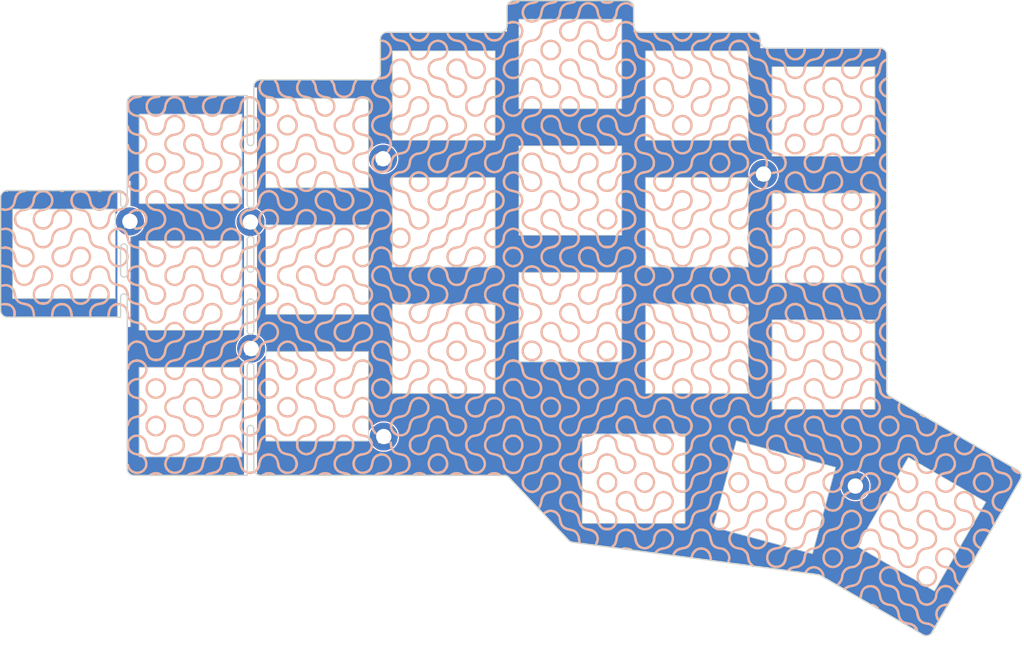
<source format=kicad_pcb>
(kicad_pcb (version 20221018) (generator pcbnew)
  (layers (0 "F.Cu" signal) (31 "B.Cu" signal) (34 "B.Paste" user) (35 "F.Paste" user) (36 "B.SilkS" user "B.Silkscreen") (37 "F.SilkS" user "F.Silkscreen") (38 "B.Mask" user) (39 "F.Mask" user) (44 "Edge.Cuts" user))
  (net 0 "")
  (footprint "kbd:SW_Hole_iRocks" (layer "F.Cu") (at 42.721463 76.099368)
    (fp_text reference "K18" hide)
    (fp_text value "KEYSW" hide)
    (fp_line (start -7.7 -6.7) (end -7.7 6.7) (stroke (width 0.12)) (layer "Edge.Cuts"))
    (fp_line (start -7.7 6.7) (end 7.7 6.7) (stroke (width 0.12)) (layer "Edge.Cuts"))
    (fp_line (start 7.7 -6.7) (end -7.7 -6.7) (stroke (width 0.12)) (layer "Edge.Cuts"))
    (fp_line (start 7.7 6.7) (end 7.7 -6.7) (stroke (width 0.12)) (layer "Edge.Cuts"))
  )
  (footprint "kbd:SW_Hole_iRocks" (layer "F.Cu") (at 118.721463 47.599367)
    (fp_text reference "K21" hide)
    (fp_text value "KEYSW" hide)
    (fp_line (start -7.7 -6.7) (end -7.7 6.7) (stroke (width 0.12)) (layer "Edge.Cuts"))
    (fp_line (start -7.7 6.7) (end 7.7 6.7) (stroke (width 0.12)) (layer "Edge.Cuts"))
    (fp_line (start 7.7 -6.7) (end -7.7 -6.7) (stroke (width 0.12)) (layer "Edge.Cuts"))
    (fp_line (start 7.7 6.7) (end 7.7 -6.7) (stroke (width 0.12)) (layer "Edge.Cuts"))
  )
  (footprint "kbd:SW_Hole_iRocks" (layer "F.Cu") (at 42.721463 57.099368)
    (fp_text reference "K14" hide)
    (fp_text value "KEYSW" hide)
    (fp_line (start -7.7 -6.7) (end -7.7 6.7) (stroke (width 0.12)) (layer "Edge.Cuts"))
    (fp_line (start -7.7 6.7) (end 7.7 6.7) (stroke (width 0.12)) (layer "Edge.Cuts"))
    (fp_line (start 7.7 -6.7) (end -7.7 -6.7) (stroke (width 0.12)) (layer "Edge.Cuts"))
    (fp_line (start 7.7 6.7) (end 7.7 -6.7) (stroke (width 0.12)) (layer "Edge.Cuts"))
  )
  (footprint "kbd:SW_Hole_iRocks" (layer "F.Cu") (at 61.721463 35.724368)
    (fp_text reference "K13" hide)
    (fp_text value "KEYSW" hide)
    (fp_line (start -7.7 -6.7) (end -7.7 6.7) (stroke (width 0.12)) (layer "Edge.Cuts"))
    (fp_line (start -7.7 6.7) (end 7.7 6.7) (stroke (width 0.12)) (layer "Edge.Cuts"))
    (fp_line (start 7.7 -6.7) (end -7.7 -6.7) (stroke (width 0.12)) (layer "Edge.Cuts"))
    (fp_line (start 7.7 6.7) (end 7.7 -6.7) (stroke (width 0.12)) (layer "Edge.Cuts"))
  )
  (footprint "kbd:SW_Hole_iRocks" (layer "F.Cu") (at 152.426296 92.925796 60)
    (fp_text reference "K22" hide)
    (fp_text value "KEYSW" hide)
    (fp_line (start -7.7 -6.7) (end -7.7 6.7) (stroke (width 0.12)) (layer "Edge.Cuts"))
    (fp_line (start -7.7 6.7) (end 7.7 6.7) (stroke (width 0.12)) (layer "Edge.Cuts"))
    (fp_line (start 7.7 -6.7) (end -7.7 -6.7) (stroke (width 0.12)) (layer "Edge.Cuts"))
    (fp_line (start 7.7 6.7) (end 7.7 -6.7) (stroke (width 0.12)) (layer "Edge.Cuts"))
  )
  (footprint "kbd:M2_Hole_TH" (layer "F.Cu") (at 128.721463 40.374367)
    (fp_text reference "H8" (at 0 0.5) (layer "F.SilkS"))
    (fp_text value "MountingHole")
    (pad "" thru_hole circle (at 0 0) (size 4.2 4.2) (drill 2.3) (layers "*.Cu" "*.Mask"))
  )
  (footprint "kbd:SW_Hole_iRocks" (layer "F.Cu") (at 80.721463 66.599368)
    (fp_text reference "K9" hide)
    (fp_text value "KEYSW" hide)
    (fp_line (start -7.7 -6.7) (end -7.7 6.7) (stroke (width 0.12)) (layer "Edge.Cuts"))
    (fp_line (start -7.7 6.7) (end 7.7 6.7) (stroke (width 0.12)) (layer "Edge.Cuts"))
    (fp_line (start 7.7 -6.7) (end -7.7 -6.7) (stroke (width 0.12)) (layer "Edge.Cuts"))
    (fp_line (start 7.7 6.7) (end 7.7 -6.7) (stroke (width 0.12)) (layer "Edge.Cuts"))
  )
  (footprint "kbd:M2_Hole_TH" (layer "F.Cu") (at 71.621463 38.074367)
    (fp_text reference "H4" (at 0 0.5) (layer "F.SilkS"))
    (fp_text value "MountingHole")
    (pad "" thru_hole circle (at 0 0) (size 4.2 4.2) (drill 2.3) (layers "*.Cu" "*.Mask"))
  )
  (footprint "kbd:SW_Hole_iRocks" (layer "F.Cu") (at 130.35654 88.881582 -15)
    (fp_text reference "K1" hide)
    (fp_text value "KEYSW" hide)
    (fp_line (start -7.7 -6.7) (end -7.7 6.7) (stroke (width 0.12)) (layer "Edge.Cuts"))
    (fp_line (start -7.7 6.7) (end 7.7 6.7) (stroke (width 0.12)) (layer "Edge.Cuts"))
    (fp_line (start 7.7 -6.7) (end -7.7 -6.7) (stroke (width 0.12)) (layer "Edge.Cuts"))
    (fp_line (start 7.7 6.7) (end 7.7 -6.7) (stroke (width 0.12)) (layer "Edge.Cuts"))
  )
  (footprint "kbd:SW_Hole_iRocks" (layer "F.Cu") (at 99.721463 23.849368)
    (fp_text reference "K11" hide)
    (fp_text value "KEYSW" hide)
    (fp_line (start -7.7 -6.7) (end -7.7 6.7) (stroke (width 0.12)) (layer "Edge.Cuts"))
    (fp_line (start -7.7 6.7) (end 7.7 6.7) (stroke (width 0.12)) (layer "Edge.Cuts"))
    (fp_line (start 7.7 -6.7) (end -7.7 -6.7) (stroke (width 0.12)) (layer "Edge.Cuts"))
    (fp_line (start 7.7 6.7) (end 7.7 -6.7) (stroke (width 0.12)) (layer "Edge.Cuts"))
  )
  (footprint "kbd:M2_Hole_TH" (layer "F.Cu") (at 51.821463 66.574367)
    (fp_text reference "H2" (at 0 0.5) (layer "F.SilkS"))
    (fp_text value "MountingHole")
    (pad "" thru_hole circle (at 0 0) (size 4.2 4.2) (drill 2.3) (layers "*.Cu" "*.Mask"))
  )
  (footprint "kbd:SW_Hole_iRocks" (layer "F.Cu") (at 42.721463 38.099368)
    (fp_text reference "K7" hide)
    (fp_text value "KEYSW" hide)
    (fp_line (start -7.7 -6.7) (end -7.7 6.7) (stroke (width 0.12)) (layer "Edge.Cuts"))
    (fp_line (start -7.7 6.7) (end 7.7 6.7) (stroke (width 0.12)) (layer "Edge.Cuts"))
    (fp_line (start 7.7 -6.7) (end -7.7 -6.7) (stroke (width 0.12)) (layer "Edge.Cuts"))
    (fp_line (start 7.7 6.7) (end 7.7 -6.7) (stroke (width 0.12)) (layer "Edge.Cuts"))
  )
  (footprint "kbd:SW_Hole_iRocks" (layer "F.Cu") (at 118.721463 66.599367)
    (fp_text reference "K12" hide)
    (fp_text value "KEYSW" hide)
    (fp_line (start -7.7 -6.7) (end -7.7 6.7) (stroke (width 0.12)) (layer "Edge.Cuts"))
    (fp_line (start -7.7 6.7) (end 7.7 6.7) (stroke (width 0.12)) (layer "Edge.Cuts"))
    (fp_line (start 7.7 -6.7) (end -7.7 -6.7) (stroke (width 0.12)) (layer "Edge.Cuts"))
    (fp_line (start 7.7 6.7) (end 7.7 -6.7) (stroke (width 0.12)) (layer "Edge.Cuts"))
  )
  (footprint "kbd:M2_Hole_TH" (layer "F.Cu") (at 33.621463 47.474367)
    (fp_text reference "H3" (at 0 0.5) (layer "F.SilkS"))
    (fp_text value "MountingHole")
    (pad "" thru_hole circle (at 0 0) (size 4.2 4.2) (drill 2.3) (layers "*.Cu" "*.Mask"))
  )
  (footprint "kbd:M2_Hole_TH" (layer "F.Cu") (at 51.721463 47.574367)
    (fp_text reference "H1" (at 0 0.5) (layer "F.SilkS"))
    (fp_text value "MountingHole")
    (pad "" thru_hole circle (at 0 0) (size 4.2 4.2) (drill 2.3) (layers "*.Cu" "*.Mask"))
  )
  (footprint "kbd:SW_Hole_iRocks" (layer "F.Cu") (at 118.721463 28.599367)
    (fp_text reference "K16" hide)
    (fp_text value "KEYSW" hide)
    (fp_line (start -7.7 -6.7) (end -7.7 6.7) (stroke (width 0.12)) (layer "Edge.Cuts"))
    (fp_line (start -7.7 6.7) (end 7.7 6.7) (stroke (width 0.12)) (layer "Edge.Cuts"))
    (fp_line (start 7.7 -6.7) (end -7.7 -6.7) (stroke (width 0.12)) (layer "Edge.Cuts"))
    (fp_line (start 7.7 6.7) (end 7.7 -6.7) (stroke (width 0.12)) (layer "Edge.Cuts"))
  )
  (footprint "kbd:SW_Hole_iRocks" (layer "F.Cu") (at 80.721463 47.599368)
    (fp_text reference "K6" hide)
    (fp_text value "KEYSW" hide)
    (fp_line (start -7.7 -6.7) (end -7.7 6.7) (stroke (width 0.12)) (layer "Edge.Cuts"))
    (fp_line (start -7.7 6.7) (end 7.7 6.7) (stroke (width 0.12)) (layer "Edge.Cuts"))
    (fp_line (start 7.7 -6.7) (end -7.7 -6.7) (stroke (width 0.12)) (layer "Edge.Cuts"))
    (fp_line (start 7.7 6.7) (end 7.7 -6.7) (stroke (width 0.12)) (layer "Edge.Cuts"))
  )
  (footprint "Silks:skean_truchet_back" (layer "F.Cu") (at 91.221464 61.599367)
    (fp_text reference "G***" hide)
    (fp_text value "LOGO" hide)
  )
  (footprint "kbd:SW_Hole_iRocks" (layer "F.Cu") (at 109.221463 86.099097)
    (fp_text reference "K5" hide)
    (fp_text value "KEYSW" hide)
    (fp_line (start -7.7 -6.7) (end -7.7 6.7) (stroke (width 0.12)) (layer "Edge.Cuts"))
    (fp_line (start -7.7 6.7) (end 7.7 6.7) (stroke (width 0.12)) (layer "Edge.Cuts"))
    (fp_line (start 7.7 -6.7) (end -7.7 -6.7) (stroke (width 0.12)) (layer "Edge.Cuts"))
    (fp_line (start 7.7 6.7) (end 7.7 -6.7) (stroke (width 0.12)) (layer "Edge.Cuts"))
  )
  (footprint "kbd:SW_Hole_iRocks" (layer "F.Cu") (at 137.721463 49.974367)
    (fp_text reference "K3" hide)
    (fp_text value "KEYSW" hide)
    (fp_line (start -7.7 -6.7) (end -7.7 6.7) (stroke (width 0.12)) (layer "Edge.Cuts"))
    (fp_line (start -7.7 6.7) (end 7.7 6.7) (stroke (width 0.12)) (layer "Edge.Cuts"))
    (fp_line (start 7.7 -6.7) (end -7.7 -6.7) (stroke (width 0.12)) (layer "Edge.Cuts"))
    (fp_line (start 7.7 6.7) (end 7.7 -6.7) (stroke (width 0.12)) (layer "Edge.Cuts"))
  )
  (footprint "kbd:SW_Hole_iRocks" (layer "F.Cu") (at 23.721464 52.349367)
    (fp_text reference "K10" hide)
    (fp_text value "KEYSW" hide)
    (fp_line (start -7.7 -6.7) (end -7.7 6.7) (stroke (width 0.12)) (layer "Edge.Cuts"))
    (fp_line (start -7.7 6.7) (end 7.7 6.7) (stroke (width 0.12)) (layer "Edge.Cuts"))
    (fp_line (start 7.7 -6.7) (end -7.7 -6.7) (stroke (width 0.12)) (layer "Edge.Cuts"))
    (fp_line (start 7.7 6.7) (end 7.7 -6.7) (stroke (width 0.12)) (layer "Edge.Cuts"))
  )
  (footprint "kbd:SW_Hole_iRocks" (layer "F.Cu") (at 99.721463 42.849368)
    (fp_text reference "K19" hide)
    (fp_text value "KEYSW" hide)
    (fp_line (start -7.7 -6.7) (end -7.7 6.7) (stroke (width 0.12)) (layer "Edge.Cuts"))
    (fp_line (start -7.7 6.7) (end 7.7 6.7) (stroke (width 0.12)) (layer "Edge.Cuts"))
    (fp_line (start 7.7 -6.7) (end -7.7 -6.7) (stroke (width 0.12)) (layer "Edge.Cuts"))
    (fp_line (start 7.7 6.7) (end 7.7 -6.7) (stroke (width 0.12)) (layer "Edge.Cuts"))
  )
  (footprint "Silks:skean_truchet" (layer "F.Cu") (at 90.821464 61.599367)
    (fp_text reference "REF**" hide)
    (fp_text value "LOGO" hide)
  )
  (footprint "kbd:SW_Hole_iRocks" (layer "F.Cu") (at 61.721463 73.724368)
    (fp_text reference "K8" hide)
    (fp_text value "KEYSW" hide)
    (fp_line (start -7.7 -6.7) (end -7.7 6.7) (stroke (width 0.12)) (layer "Edge.Cuts"))
    (fp_line (start -7.7 6.7) (end 7.7 6.7) (stroke (width 0.12)) (layer "Edge.Cuts"))
    (fp_line (start 7.7 -6.7) (end -7.7 -6.7) (stroke (width 0.12)) (layer "Edge.Cuts"))
    (fp_line (start 7.7 6.7) (end 7.7 -6.7) (stroke (width 0.12)) (layer "Edge.Cuts"))
  )
  (footprint "kbd:M2_Hole_TH" (layer "F.Cu") (at 71.721463 79.774367)
    (fp_text reference "H5" (at 0 0.5) (layer "F.SilkS"))
    (fp_text value "MountingHole")
    (pad "" thru_hole circle (at 0 0) (size 4.2 4.2) (drill 2.3) (layers "*.Cu" "*.Mask"))
  )
  (footprint "kbd:SW_Hole_iRocks" (layer "F.Cu") (at 137.721463 30.974367)
    (fp_text reference "K4" hide)
    (fp_text value "KEYSW" hide)
    (fp_line (start -7.7 -6.7) (end -7.7 6.7) (stroke (width 0.12)) (layer "Edge.Cuts"))
    (fp_line (start -7.7 6.7) (end 7.7 6.7) (stroke (width 0.12)) (layer "Edge.Cuts"))
    (fp_line (start 7.7 -6.7) (end -7.7 -6.7) (stroke (width 0.12)) (layer "Edge.Cuts"))
    (fp_line (start 7.7 6.7) (end 7.7 -6.7) (stroke (width 0.12)) (layer "Edge.Cuts"))
  )
  (footprint "kbd:SW_Hole_iRocks" (layer "F.Cu") (at 137.721463 68.974367)
    (fp_text reference "K2" hide)
    (fp_text value "KEYSW" hide)
    (fp_line (start -7.7 -6.7) (end -7.7 6.7) (stroke (width 0.12)) (layer "Edge.Cuts"))
    (fp_line (start -7.7 6.7) (end 7.7 6.7) (stroke (width 0.12)) (layer "Edge.Cuts"))
    (fp_line (start 7.7 -6.7) (end -7.7 -6.7) (stroke (width 0.12)) (layer "Edge.Cuts"))
    (fp_line (start 7.7 6.7) (end 7.7 -6.7) (stroke (width 0.12)) (layer "Edge.Cuts"))
  )
  (footprint "kbd:SW_Hole_iRocks" (layer "F.Cu") (at 99.721463 61.849368)
    (fp_text reference "K15" hide)
    (fp_text value "KEYSW" hide)
    (fp_line (start -7.7 -6.7) (end -7.7 6.7) (stroke (width 0.12)) (layer "Edge.Cuts"))
    (fp_line (start -7.7 6.7) (end 7.7 6.7) (stroke (width 0.12)) (layer "Edge.Cuts"))
    (fp_line (start 7.7 -6.7) (end -7.7 -6.7) (stroke (width 0.12)) (layer "Edge.Cuts"))
    (fp_line (start 7.7 6.7) (end 7.7 -6.7) (stroke (width 0.12)) (layer "Edge.Cuts"))
  )
  (footprint "kbd:M2_Hole_TH" (layer "F.Cu") (at 142.507505 87.19918)
    (fp_text reference "H9" (at 0 0.5) (layer "F.SilkS"))
    (fp_text value "MountingHole")
    (pad "" thru_hole circle (at 0 0) (size 4.2 4.2) (drill 2.3) (layers "*.Cu" "*.Mask"))
  )
  (footprint "kbd:SW_Hole_iRocks" (layer "F.Cu") (at 61.721463 54.724368)
    (fp_text reference "K17" hide)
    (fp_text value "KEYSW" hide)
    (fp_line (start -7.7 -6.7) (end -7.7 6.7) (stroke (width 0.12)) (layer "Edge.Cuts"))
    (fp_line (start -7.7 6.7) (end 7.7 6.7) (stroke (width 0.12)) (layer "Edge.Cuts"))
    (fp_line (start 7.7 -6.7) (end -7.7 -6.7) (stroke (width 0.12)) (layer "Edge.Cuts"))
    (fp_line (start 7.7 6.7) (end 7.7 -6.7) (stroke (width 0.12)) (layer "Edge.Cuts"))
  )
  (footprint "kbd:SW_Hole_iRocks" (layer "F.Cu") (at 80.721463 28.599368)
    (fp_text reference "K20" hide)
    (fp_text value "KEYSW" hide)
    (fp_line (start -7.7 -6.7) (end -7.7 6.7) (stroke (width 0.12)) (layer "Edge.Cuts"))
    (fp_line (start -7.7 6.7) (end 7.7 6.7) (stroke (width 0.12)) (layer "Edge.Cuts"))
    (fp_line (start 7.7 -6.7) (end -7.7 -6.7) (stroke (width 0.12)) (layer "Edge.Cuts"))
    (fp_line (start 7.7 6.7) (end 7.7 -6.7) (stroke (width 0.12)) (layer "Edge.Cuts"))
  )
  (gr_arc (start 89.796623 85.599367) (mid 90.187009 85.679623) (end 90.514076 85.907372) (stroke (width 0.2)) (layer "Edge.Cuts"))
  (gr_line (start 52.221491 40.599328) (end 52.22149 44.924327) (stroke (width 0.2)) (layer "Edge.Cuts"))
  (gr_arc (start 51.22149 50.224327) (mid 51.72149 49.724327) (end 52.22149 50.224327) (stroke (width 0.2)) (layer "Edge.Cuts"))
  (gr_line (start 51.221491 54.599327) (end 51.22149 50.224327) (stroke (width 0.2)) (layer "Edge.Cuts"))
  (gr_arc (start 166.912511 84.834934) (mid 167.378437 85.442141) (end 167.278537 86.20096) (stroke (width 0.2)) (layer "Edge.Cuts"))
  (gr_arc (start 51.221463 59.599366) (mid 51.721463 59.099366) (end 52.221463 59.599366) (stroke (width 0.2)) (layer "Edge.Cuts"))
  (gr_arc (start 90.221463 18.099368) (mid 89.92857 18.806475) (end 89.221463 19.099368) (stroke (width 0.2)) (layer "Edge.Cuts"))
  (gr_line (start 15.221464 42.849368) (end 32.221465 42.849368) (stroke (width 0.2)) (layer "Edge.Cuts"))
  (gr_line (start 32.221464 51.349368) (end 32.221464 55.349368) (stroke (width 0.2)) (layer "Edge.Cuts"))
  (gr_line (start 52.221463 35.599367) (end 52.221463 27.224367) (stroke (width 0.2)) (layer "Edge.Cuts"))
  (gr_line (start 99.480311 95.345258) (end 90.514076 85.907372) (stroke (width 0.2)) (layer "Edge.Cuts"))
  (gr_arc (start 51.221463 40.599367) (mid 51.721463 40.099367) (end 52.221463 40.599367) (stroke (width 0.2)) (layer "Edge.Cuts"))
  (gr_line (start 147.721463 73.754978) (end 166.912511 84.834934) (stroke (width 0.2)) (layer "Edge.Cuts"))
  (gr_line (start 147.221463 22.474368) (end 147.221463 72.888952) (stroke (width 0.2)) (layer "Edge.Cuts"))
  (gr_arc (start 33.221463 55.349368) (mid 32.721463 55.849368) (end 32.221463 55.349368) (stroke (width 0.2)) (layer "Edge.Cuts"))
  (gr_line (start 51.221463 28.599368) (end 51.221463 35.599367) (stroke (width 0.2)) (layer "Edge.Cuts"))
  (gr_line (start 32.221464 42.849368) (end 32.221464 44.849368) (stroke (width 0.2)) (layer "Edge.Cuts"))
  (gr_arc (start 71.221463 25.224368) (mid 70.92857 25.931475) (end 70.221463 26.224368) (stroke (width 0.2)) (layer "Edge.Cuts"))
  (gr_arc (start 52.221463 73.599366) (mid 51.721463 74.099366) (end 51.221463 73.599366) (stroke (width 0.2)) (layer "Edge.Cuts"))
  (gr_line (start 52.221463 84.599366) (end 52.221463 78.599366) (stroke (width 0.2)) (layer "Edge.Cuts"))
  (gr_line (start 52.221491 54.599327) (end 52.22149 50.224327) (stroke (width 0.2)) (layer "Edge.Cuts"))
  (gr_arc (start 53.221463 85.599366) (mid 52.514356 85.306473) (end 52.221463 84.599366) (stroke (width 0.2)) (layer "Edge.Cuts"))
  (gr_line (start 71.221463 25.224368) (end 71.221463 20.099368) (stroke (width 0.2)) (layer "Edge.Cuts"))
  (gr_arc (start 146.221463 21.474368) (mid 146.92857 21.767261) (end 147.221463 22.474368) (stroke (width 0.2)) (layer "Edge.Cuts"))
  (gr_arc (start 108.221463 14.349368) (mid 108.92857 14.642261) (end 109.221463 15.349368) (stroke (width 0.2)) (layer "Edge.Cuts"))
  (gr_line (start 110.221463 19.099367) (end 127.221463 19.099367) (stroke (width 0.2)) (layer "Edge.Cuts"))
  (gr_line (start 51.22149 69.224327) (end 51.221491 73.599327) (stroke (width 0.2)) (layer "Edge.Cuts"))
  (gr_line (start 89.796623 85.599366) (end 53.221463 85.599366) (stroke (width 0.2)) (layer "Edge.Cuts"))
  (gr_line (start 152.662511 109.516658) (end 137.244527 100.615081) (stroke (width 0.2)) (layer "Edge.Cuts"))
  (gr_arc (start 110.221462 19.099368) (mid 109.514356 18.806474) (end 109.221463 18.099367) (stroke (width 0.2)) (layer "Edge.Cuts"))
  (gr_line (start 33.221463 84.609762) (end 33.221464 58.849368) (stroke (width 0.2)) (layer "Edge.Cuts"))
  (gr_arc (start 52.221463 54.599366) (mid 51.721463 55.099366) (end 51.221463 54.599366) (stroke (width 0.2)) (layer "Edge.Cuts"))
  (gr_arc (start 51.221463 78.599366) (mid 51.721463 78.099366) (end 52.221463 78.599366) (stroke (width 0.2)) (layer "Edge.Cuts"))
  (gr_arc (start 33.221464 44.849368) (mid 32.721464 45.349368) (end 32.221464 44.849368) (stroke (width 0.2)) (layer "Edge.Cuts"))
  (gr_line (start 51.221463 78.599366) (end 51.221463 85.599366) (stroke (width 0.2)) (layer "Edge.Cuts"))
  (gr_arc (start 34.211068 85.599367) (mid 33.511312 85.309518) (end 33.221463 84.609762) (stroke (width 0.2)) (layer "Edge.Cuts"))
  (gr_line (start 51.221463 85.599366) (end 34.211068 85.599366) (stroke (width 0.2)) (layer "Edge.Cuts"))
  (gr_arc (start 52.221463 27.224368) (mid 52.514356 26.517261) (end 53.221463 26.224368) (stroke (width 0.2)) (layer "Edge.Cuts"))
  (gr_line (start 53.221463 26.224368) (end 70.221463 26.224368) (stroke (width 0.2)) (layer "Edge.Cuts"))
  (gr_line (start 14.221465 60.849368) (end 14.221465 43.849369) (stroke (width 0.2)) (layer "Edge.Cuts"))
  (gr_arc (start 15.221464 61.849367) (mid 14.514358 61.556474) (end 14.221465 60.849368) (stroke (width 0.2)) (layer "Edge.Cuts"))
  (gr_arc (start 14.221465 43.849369) (mid 14.514358 43.142262) (end 15.221464 42.849368) (stroke (width 0.2)) (layer "Edge.Cuts"))
  (gr_line (start 32.221464 58.849368) (end 32.221464 61.849368) (stroke (width 0.2)) (layer "Edge.Cuts"))
  (gr_line (start 52.221491 73.599327) (end 52.22149 69.224327) (stroke (width 0.2)) (layer "Edge.Cuts"))
  (gr_arc (start 52.22149 44.924327) (mid 51.72149 45.424327) (end 51.22149 44.924327) (stroke (width 0.2)) (layer "Edge.Cuts"))
  (gr_arc (start 129.221463 21.474367) (mid 128.514356 21.181474) (end 128.221463 20.474367) (stroke (width 0.2)) (layer "Edge.Cuts"))
  (gr_arc (start 90.221463 15.349368) (mid 90.514356 14.642261) (end 91.221463 14.349368) (stroke (width 0.2)) (layer "Edge.Cuts"))
  (gr_arc (start 127.221463 19.099367) (mid 127.92857 19.39226) (end 128.221463 20.099367) (stroke (width 0.2)) (layer "Edge.Cuts"))
  (gr_arc (start 100.068595 95.644797) (mid 99.748739 95.545528) (end 99.480311 95.345258) (stroke (width 0.2)) (layer "Edge.Cuts"))
  (gr_line (start 136.878894 100.490965) (end 100.068595 95.644797) (stroke (width 0.2)) (layer "Edge.Cuts"))
  (gr_line (start 33.221464 44.849368) (end 33.221464 29.599368) (stroke (width 0.2)) (layer "Edge.Cuts"))
  (gr_line (start 33.221463 55.349368) (end 33.221463 51.349368) (stroke (width 0.2)) (layer "Edge.Cuts"))
  (gr_line (start 109.221463 15.349368) (end 109.221463 18.099367) (stroke (width 0.2)) (layer "Edge.Cuts"))
  (gr_line (start 128.221463 20.099367) (end 128.221463 20.474367) (stroke (width 0.2)) (layer "Edge.Cuts"))
  (gr_arc (start 33.221464 29.599368) (mid 33.514357 28.892261) (end 34.221464 28.599368) (stroke (width 0.2)) (layer "Edge.Cuts"))
  (gr_line (start 52.22149 63.924327) (end 52.221491 59.599327) (stroke (width 0.2)) (layer "Edge.Cuts"))
  (gr_line (start 129.221463 21.474367) (end 146.221463 21.474368) (stroke (width 0.2)) (layer "Edge.Cuts"))
  (gr_line (start 167.278537 86.20096) (end 154.028537 109.150633) (stroke (width 0.2)) (layer "Edge.Cuts"))
  (gr_arc (start 51.22149 69.224327) (mid 51.72149 68.724327) (end 52.22149 69.224327) (stroke (width 0.2)) (layer "Edge.Cuts"))
  (gr_arc (start 52.221463 35.599367) (mid 51.721463 36.099367) (end 51.221463 35.599367) (stroke (width 0.2)) (layer "Edge.Cuts"))
  (gr_arc (start 136.878894 100.490965) (mid 137.067823 100.535017) (end 137.244527 100.615081) (stroke (width 0.2)) (layer "Edge.Cuts"))
  (gr_arc (start 147.721463 73.754977) (mid 147.355438 73.388952) (end 147.221463 72.888952) (stroke (width 0.2)) (layer "Edge.Cuts"))
  (gr_line (start 51.221491 40.599328) (end 51.22149 44.924327) (stroke (width 0.2)) (layer "Edge.Cuts"))
  (gr_arc (start 32.221462 51.349368) (mid 32.721462 50.849368) (end 33.221462 51.349368) (stroke (width 0.2)) (layer "Edge.Cuts"))
  (gr_arc (start 52.22149 63.924327) (mid 51.72149 64.424327) (end 51.22149 63.924327) (stroke (width 0.2)) (layer "Edge.Cuts"))
  (gr_arc (start 32.221464 58.849368) (mid 32.721464 58.349368) (end 33.221464 58.849368) (stroke (width 0.2)) (layer "Edge.Cuts"))
  (gr_arc (start 71.221462 20.099368) (mid 71.514356 19.392261) (end 72.221463 19.099367) (stroke (width 0.2)) (layer "Edge.Cuts"))
  (gr_line (start 90.221463 18.099368) (end 90.221463 15.349368) (stroke (width 0.2)) (layer "Edge.Cuts"))
  (gr_line (start 32.221464 61.849368) (end 15.221464 61.849368) (stroke (width 0.2)) (layer "Edge.Cuts"))
  (gr_line (start 91.221463 14.349368) (end 108.221463 14.349368) (stroke (width 0.2)) (layer "Edge.Cuts"))
  (gr_line (start 72.221463 19.099367) (end 89.221463 19.099368) (stroke (width 0.2)) (layer "Edge.Cuts"))
  (gr_arc (start 154.028536 109.150633) (mid 153.42133 109.616559) (end 152.662511 109.516658) (stroke (width 0.2)) (layer "Edge.Cuts"))
  (gr_line (start 34.221464 28.599368) (end 51.221463 28.599368) (stroke (width 0.2)) (layer "Edge.Cuts"))
  (gr_line (start 51.22149 63.924327) (end 51.221491 59.599327) (stroke (width 0.2)) (layer "Edge.Cuts"))
  (zone (net 0) (net_name "") (layers "F&B.Cu") (priority 1) (connect_pads (clearance 0.2)) (min_thickness 0.25) (fill yes (thermal_gap 0.5) (thermal_bridge_width 0.5))
    (polygon (pts (xy 109.221463 19.104952) (xy 128.221463 19.104952) (xy 128.221463 21.504952) (xy 147.221463 21.504952) (xy 147.221463 23.804952) (xy 147.721464 73.349367) (xy 167.821463 85.204952) (xy 153.421463 109.904952) (xy 137.021463 100.504952) (xy 99.721463 95.504952) (xy 90.121463 85.504952) (xy 33.221463 85.604952) (xy 33.221463 61.804952) (xy 14.121463 61.804952) (xy 14.221463 42.904952) (xy 33.221463 42.804952) (xy 33.221463 28.504952) (xy 52.221463 28.504952) (xy 52.221463 26.204952) (xy 71.221463 26.204952) (xy 71.221463 19.004952) (xy 90.221463 19.004952) (xy 90.221463 14.304952) (xy 109.221463 14.304952)))
  )
  (zone (net 0) (net_name "") (layers "F&B.Cu") (connect_pads (clearance 0)) (min_thickness 0.254)
    (keepout (tracks not_allowed) (vias not_allowed) (pads not_allowed) (copperpour not_allowed) (footprints allowed))
    (fill (thermal_gap 0.508) (thermal_bridge_width 0.508))
    (polygon (pts (xy 52.721463 86.099367) (xy 50.721463 86.099367) (xy 50.721463 27.349367) (xy 52.721463 27.349367)))
  )
  (zone (net 0) (net_name "") (layers "F&B.Cu") (connect_pads (clearance 0)) (min_thickness 0.254)
    (keepout (tracks not_allowed) (vias not_allowed) (pads not_allowed) (copperpour not_allowed) (footprints allowed))
    (fill (thermal_gap 0.508) (thermal_bridge_width 0.508))
    (polygon (pts (xy 33.721463 63.349367) (xy 31.721463 63.349367) (xy 31.721463 41.849367) (xy 33.721463 41.349367)))
  )
)
</source>
